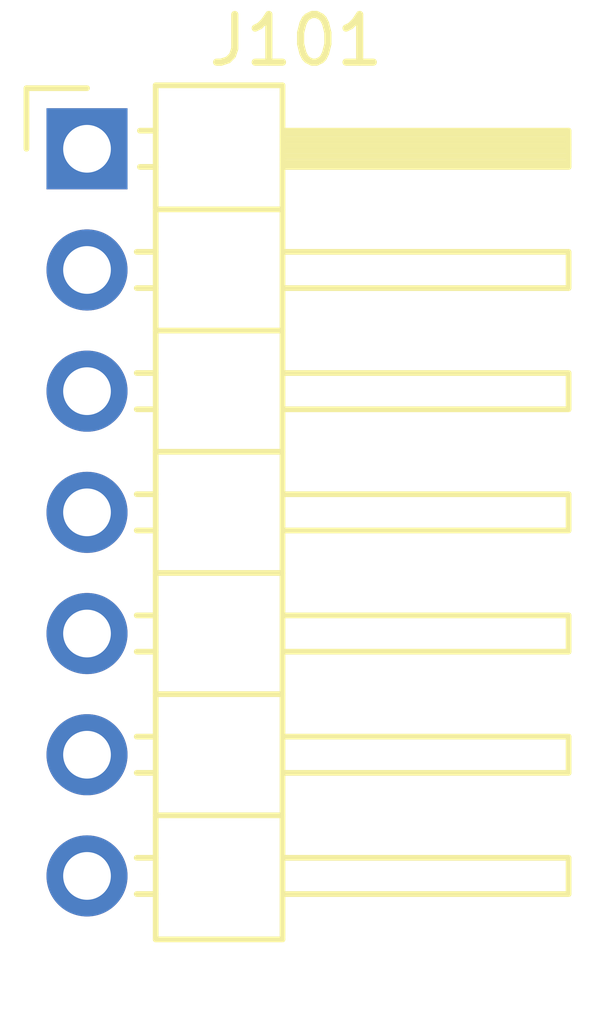
<source format=kicad_pcb>
(kicad_pcb (version 20240108) (generator "pcbnew") (generator_version "8.0")
  (layers (0 "F.Cu" signal) (31 "B.Cu" signal) (34 "B.Paste" user) (35 "F.Paste" user) (36 "B.SilkS" user "B.Silkscreen") (37 "F.SilkS" user "F.Silkscreen") (38 "B.Mask" user) (39 "F.Mask" user) (44 "Edge.Cuts" user))
  (net 0 "")
  (net 1 "/DSP_CONST_12V")
  (net 3 "/DSP_GND_1")
  (net 4 "/DSP_POWER_EN")
  (net 5 "/DSP_RS485_A{slash}Y")
  (net 6 "/DSP_RS485_B{slash}Z")
  (footprint "Connector_PinHeader_2.54mm:PinHeader_1x07_P2.54mm_Horizontal" (layer "F.Cu") (at 111.75 86.26)
    (property "Reference" "J101" (at 4.385 -2.27 0) (layer "F.SilkS"))
    (property "Value" "DSP Header")
    (fp_line (start -1.27 -1.27) (end 0 -1.27) (stroke (width 0.12)) (layer "F.SilkS"))
    (fp_line (start -1.27 0) (end -1.27 -1.27) (stroke (width 0.12)) (layer "F.SilkS"))
    (fp_line (start 1.042929 2.16) (end 1.44 2.16) (stroke (width 0.12)) (layer "F.SilkS"))
    (fp_line (start 1.042929 2.92) (end 1.44 2.92) (stroke (width 0.12)) (layer "F.SilkS"))
    (fp_line (start 1.042929 4.7) (end 1.44 4.7) (stroke (width 0.12)) (layer "F.SilkS"))
    (fp_line (start 1.042929 5.46) (end 1.44 5.46) (stroke (width 0.12)) (layer "F.SilkS"))
    (fp_line (start 1.042929 7.24) (end 1.44 7.24) (stroke (width 0.12)) (layer "F.SilkS"))
    (fp_line (start 1.042929 8) (end 1.44 8) (stroke (width 0.12)) (layer "F.SilkS"))
    (fp_line (start 1.042929 9.78) (end 1.44 9.78) (stroke (width 0.12)) (layer "F.SilkS"))
    (fp_line (start 1.042929 10.54) (end 1.44 10.54) (stroke (width 0.12)) (layer "F.SilkS"))
    (fp_line (start 1.042929 12.32) (end 1.44 12.32) (stroke (width 0.12)) (layer "F.SilkS"))
    (fp_line (start 1.042929 13.08) (end 1.44 13.08) (stroke (width 0.12)) (layer "F.SilkS"))
    (fp_line (start 1.042929 14.86) (end 1.44 14.86) (stroke (width 0.12)) (layer "F.SilkS"))
    (fp_line (start 1.042929 15.62) (end 1.44 15.62) (stroke (width 0.12)) (layer "F.SilkS"))
    (fp_line (start 1.11 -0.38) (end 1.44 -0.38) (stroke (width 0.12)) (layer "F.SilkS"))
    (fp_line (start 1.11 0.38) (end 1.44 0.38) (stroke (width 0.12)) (layer "F.SilkS"))
    (fp_line (start 1.44 -1.33) (end 1.44 16.57) (stroke (width 0.12)) (layer "F.SilkS"))
    (fp_line (start 1.44 1.27) (end 4.1 1.27) (stroke (width 0.12)) (layer "F.SilkS"))
    (fp_line (start 1.44 3.81) (end 4.1 3.81) (stroke (width 0.12)) (layer "F.SilkS"))
    (fp_line (start 1.44 6.35) (end 4.1 6.35) (stroke (width 0.12)) (layer "F.SilkS"))
    (fp_line (start 1.44 8.89) (end 4.1 8.89) (stroke (width 0.12)) (layer "F.SilkS"))
    (fp_line (start 1.44 11.43) (end 4.1 11.43) (stroke (width 0.12)) (layer "F.SilkS"))
    (fp_line (start 1.44 13.97) (end 4.1 13.97) (stroke (width 0.12)) (layer "F.SilkS"))
    (fp_line (start 1.44 16.57) (end 4.1 16.57) (stroke (width 0.12)) (layer "F.SilkS"))
    (fp_line (start 4.1 -1.33) (end 1.44 -1.33) (stroke (width 0.12)) (layer "F.SilkS"))
    (fp_line (start 4.1 -0.38) (end 10.1 -0.38) (stroke (width 0.12)) (layer "F.SilkS"))
    (fp_line (start 4.1 -0.32) (end 10.1 -0.32) (stroke (width 0.12)) (layer "F.SilkS"))
    (fp_line (start 4.1 -0.2) (end 10.1 -0.2) (stroke (width 0.12)) (layer "F.SilkS"))
    (fp_line (start 4.1 -0.08) (end 10.1 -0.08) (stroke (width 0.12)) (layer "F.SilkS"))
    (fp_line (start 4.1 0.04) (end 10.1 0.04) (stroke (width 0.12)) (layer "F.SilkS"))
    (fp_line (start 4.1 0.16) (end 10.1 0.16) (stroke (width 0.12)) (layer "F.SilkS"))
    (fp_line (start 4.1 0.28) (end 10.1 0.28) (stroke (width 0.12)) (layer "F.SilkS"))
    (fp_line (start 4.1 2.16) (end 10.1 2.16) (stroke (width 0.12)) (layer "F.SilkS"))
    (fp_line (start 4.1 4.7) (end 10.1 4.7) (stroke (width 0.12)) (layer "F.SilkS"))
    (fp_line (start 4.1 7.24) (end 10.1 7.24) (stroke (width 0.12)) (layer "F.SilkS"))
    (fp_line (start 4.1 9.78) (end 10.1 9.78) (stroke (width 0.12)) (layer "F.SilkS"))
    (fp_line (start 4.1 12.32) (end 10.1 12.32) (stroke (width 0.12)) (layer "F.SilkS"))
    (fp_line (start 4.1 14.86) (end 10.1 14.86) (stroke (width 0.12)) (layer "F.SilkS"))
    (fp_line (start 4.1 16.57) (end 4.1 -1.33) (stroke (width 0.12)) (layer "F.SilkS"))
    (fp_line (start 10.1 -0.38) (end 10.1 0.38) (stroke (width 0.12)) (layer "F.SilkS"))
    (fp_line (start 10.1 0.38) (end 4.1 0.38) (stroke (width 0.12)) (layer "F.SilkS"))
    (fp_line (start 10.1 2.16) (end 10.1 2.92) (stroke (width 0.12)) (layer "F.SilkS"))
    (fp_line (start 10.1 2.92) (end 4.1 2.92) (stroke (width 0.12)) (layer "F.SilkS"))
    (fp_line (start 10.1 4.7) (end 10.1 5.46) (stroke (width 0.12)) (layer "F.SilkS"))
    (fp_line (start 10.1 5.46) (end 4.1 5.46) (stroke (width 0.12)) (layer "F.SilkS"))
    (fp_line (start 10.1 7.24) (end 10.1 8) (stroke (width 0.12)) (layer "F.SilkS"))
    (fp_line (start 10.1 8) (end 4.1 8) (stroke (width 0.12)) (layer "F.SilkS"))
    (fp_line (start 10.1 9.78) (end 10.1 10.54) (stroke (width 0.12)) (layer "F.SilkS"))
    (fp_line (start 10.1 10.54) (end 4.1 10.54) (stroke (width 0.12)) (layer "F.SilkS"))
    (fp_line (start 10.1 12.32) (end 10.1 13.08) (stroke (width 0.12)) (layer "F.SilkS"))
    (fp_line (start 10.1 13.08) (end 4.1 13.08) (stroke (width 0.12)) (layer "F.SilkS"))
    (fp_line (start 10.1 14.86) (end 10.1 15.62) (stroke (width 0.12)) (layer "F.SilkS"))
    (fp_line (start 10.1 15.62) (end 4.1 15.62) (stroke (width 0.12)) (layer "F.SilkS"))
    (pad "1" thru_hole rect (at 0 0) (size 1.7 1.7) (drill 1) (layers "*.Cu" "*.Mask") (net 1 "/DSP_CONST_12V"))
    (pad "2" thru_hole oval (at 0 2.54) (size 1.7 1.7) (drill 1) (layers "*.Cu" "*.Mask") (net 4 "/DSP_POWER_EN"))
    (pad "3" thru_hole oval (at 0 5.08) (size 1.7 1.7) (drill 1) (layers "*.Cu" "*.Mask") (net 5 "/DSP_RS485_A{slash}Y"))
    (pad "4" thru_hole oval (at 0 7.62) (size 1.7 1.7) (drill 1) (layers "*.Cu" "*.Mask") (net 6 "/DSP_RS485_B{slash}Z"))
    (pad "5" thru_hole oval (at 0 10.16) (size 1.7 1.7) (drill 1) (layers "*.Cu" "*.Mask") (net 3 "/DSP_GND_1"))
    (pad "6" thru_hole oval (at 0 12.7) (size 1.7 1.7) (drill 1) (layers "*.Cu" "*.Mask") (net 3 "/DSP_GND_1"))
    (pad "7" thru_hole oval (at 0 15.24) (size 1.7 1.7) (drill 1) (layers "*.Cu" "*.Mask"))
  )
)
</source>
